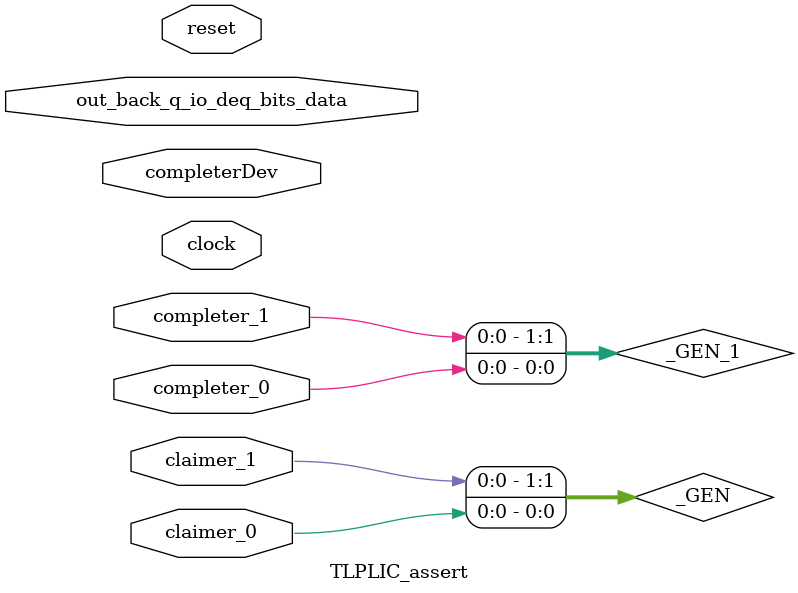
<source format=sv>

`ifndef PRINTF_COND_
  `ifdef PRINTF_COND
    `define PRINTF_COND_ (`PRINTF_COND)
  `else  // PRINTF_COND
    `define PRINTF_COND_ 1
  `endif // PRINTF_COND
`endif // not def PRINTF_COND_

// VCS coverage exclude_file
module TLPLIC_assert(
  input        claimer_1,
               claimer_0,
               completer_1,
               completer_0,
               completerDev,
  input [63:0] out_back_q_io_deq_bits_data,
  input        reset,
               clock
);

  wire [1:0] _GEN = {claimer_1, claimer_0};
  wire [1:0] _GEN_0 = _GEN & _GEN - 2'h1;
  wire [1:0] _GEN_1 = {completer_1, completer_0};
  wire [1:0] _GEN_2 = _GEN_1 & _GEN_1 - 2'h1;
  wire       _out_T_72 = completerDev == out_back_q_io_deq_bits_data[32];
  always @(posedge clock) begin
    if (~reset) begin
      assert__assert: assert(~(|_GEN_0));
      assert__assert_1: assert(~(|_GEN_2));
    end
    if (~reset)
      assert__out_assert: assert(_out_T_72);
  end // always @(posedge)
  `ifndef SYNTHESIS
    always @(posedge clock) begin
      if ((`PRINTF_COND_) & ~reset & (|_GEN_0))
        $fwrite(32'h80000002, "Assertion failed\n    at Plic.scala:244 assert((claimer.asUInt & (claimer.asUInt - 1.U)) === 0.U) // One-Hot\n");
      if ((`PRINTF_COND_) & ~reset & (|_GEN_2))
        $fwrite(32'h80000002, "Assertion failed\n    at Plic.scala:261 assert((completer.asUInt & (completer.asUInt - 1.U)) === 0.U) // One-Hot\n");
      if ((`PRINTF_COND_) & ~reset & ~_out_T_72)
        $fwrite(32'h80000002, "Assertion failed: completerDev should be consistent for all harts\n    at Plic.scala:291 assert(completerDev === data.extract(log2Ceil(nDevices+1)-1, 0),\n");
    end // always @(posedge)
  `endif // not def SYNTHESIS
endmodule


</source>
